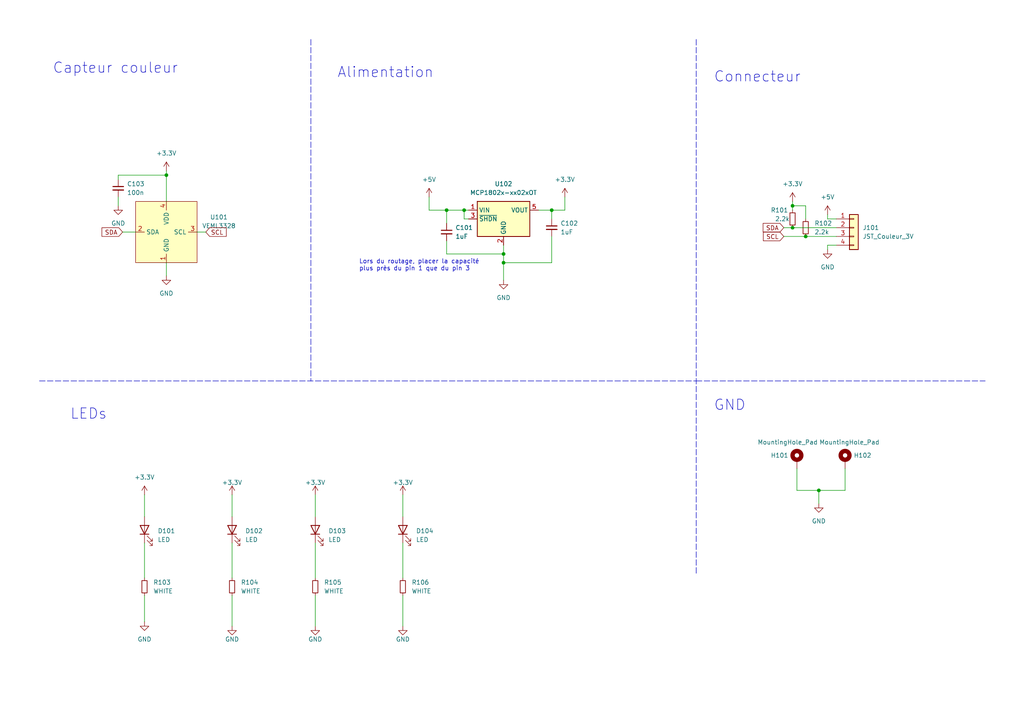
<source format=kicad_sch>
(kicad_sch (version 20211123) (generator eeschema)

  (uuid 5a87ae6d-dad7-4790-af2f-3aedb1b80712)

  (paper "A4")

  (title_block
    (title "Capteur couleur robot ESE")
    (date "2022-10-24")
    (company "ENSEA")
    (comment 1 "Chelsea COMLAN")
    (comment 2 "Alix HAVRET")
    (comment 3 "Loïcia KOEHL")
    (comment 4 "Quentin SIMON")
  )

  (lib_symbols
    (symbol "Capteur_ESE:VEML3328" (in_bom yes) (on_board yes)
      (property "Reference" "U" (id 0) (at 2.54 12.7 0)
        (effects (font (size 1.27 1.27)))
      )
      (property "Value" "VEML3328" (id 1) (at 6.35 10.16 0)
        (effects (font (size 1.27 1.27)))
      )
      (property "Footprint" "" (id 2) (at 0 5.08 0)
        (effects (font (size 1.27 1.27)) hide)
      )
      (property "Datasheet" "" (id 3) (at 0 5.08 0)
        (effects (font (size 1.27 1.27)) hide)
      )
      (symbol "VEML3328_0_1"
        (rectangle (start -8.89 8.89) (end 8.89 -8.89)
          (stroke (width 0) (type default) (color 0 0 0 0))
          (fill (type background))
        )
      )
      (symbol "VEML3328_1_1"
        (pin power_in line (at 0 -8.89 90) (length 2.54)
          (name "GND" (effects (font (size 1.27 1.27))))
          (number "1" (effects (font (size 1.27 1.27))))
        )
        (pin bidirectional line (at -8.89 0 0) (length 2.54)
          (name "SDA" (effects (font (size 1.27 1.27))))
          (number "2" (effects (font (size 1.27 1.27))))
        )
        (pin bidirectional line (at 8.89 0 180) (length 2.54)
          (name "SCL" (effects (font (size 1.27 1.27))))
          (number "3" (effects (font (size 1.27 1.27))))
        )
        (pin power_in line (at 0 8.89 270) (length 2.54)
          (name "VDD" (effects (font (size 1.27 1.27))))
          (number "4" (effects (font (size 1.27 1.27))))
        )
      )
    )
    (symbol "Connector_Generic:Conn_01x04" (pin_names (offset 1.016) hide) (in_bom yes) (on_board yes)
      (property "Reference" "J" (id 0) (at 0 5.08 0)
        (effects (font (size 1.27 1.27)))
      )
      (property "Value" "Conn_01x04" (id 1) (at 0 -7.62 0)
        (effects (font (size 1.27 1.27)))
      )
      (property "Footprint" "" (id 2) (at 0 0 0)
        (effects (font (size 1.27 1.27)) hide)
      )
      (property "Datasheet" "~" (id 3) (at 0 0 0)
        (effects (font (size 1.27 1.27)) hide)
      )
      (property "ki_keywords" "connector" (id 4) (at 0 0 0)
        (effects (font (size 1.27 1.27)) hide)
      )
      (property "ki_description" "Generic connector, single row, 01x04, script generated (kicad-library-utils/schlib/autogen/connector/)" (id 5) (at 0 0 0)
        (effects (font (size 1.27 1.27)) hide)
      )
      (property "ki_fp_filters" "Connector*:*_1x??_*" (id 6) (at 0 0 0)
        (effects (font (size 1.27 1.27)) hide)
      )
      (symbol "Conn_01x04_1_1"
        (rectangle (start -1.27 -4.953) (end 0 -5.207)
          (stroke (width 0.1524) (type default) (color 0 0 0 0))
          (fill (type none))
        )
        (rectangle (start -1.27 -2.413) (end 0 -2.667)
          (stroke (width 0.1524) (type default) (color 0 0 0 0))
          (fill (type none))
        )
        (rectangle (start -1.27 0.127) (end 0 -0.127)
          (stroke (width 0.1524) (type default) (color 0 0 0 0))
          (fill (type none))
        )
        (rectangle (start -1.27 2.667) (end 0 2.413)
          (stroke (width 0.1524) (type default) (color 0 0 0 0))
          (fill (type none))
        )
        (rectangle (start -1.27 3.81) (end 1.27 -6.35)
          (stroke (width 0.254) (type default) (color 0 0 0 0))
          (fill (type background))
        )
        (pin passive line (at -5.08 2.54 0) (length 3.81)
          (name "Pin_1" (effects (font (size 1.27 1.27))))
          (number "1" (effects (font (size 1.27 1.27))))
        )
        (pin passive line (at -5.08 0 0) (length 3.81)
          (name "Pin_2" (effects (font (size 1.27 1.27))))
          (number "2" (effects (font (size 1.27 1.27))))
        )
        (pin passive line (at -5.08 -2.54 0) (length 3.81)
          (name "Pin_3" (effects (font (size 1.27 1.27))))
          (number "3" (effects (font (size 1.27 1.27))))
        )
        (pin passive line (at -5.08 -5.08 0) (length 3.81)
          (name "Pin_4" (effects (font (size 1.27 1.27))))
          (number "4" (effects (font (size 1.27 1.27))))
        )
      )
    )
    (symbol "Device:C_Small" (pin_numbers hide) (pin_names (offset 0.254) hide) (in_bom yes) (on_board yes)
      (property "Reference" "C" (id 0) (at 0.254 1.778 0)
        (effects (font (size 1.27 1.27)) (justify left))
      )
      (property "Value" "C_Small" (id 1) (at 0.254 -2.032 0)
        (effects (font (size 1.27 1.27)) (justify left))
      )
      (property "Footprint" "" (id 2) (at 0 0 0)
        (effects (font (size 1.27 1.27)) hide)
      )
      (property "Datasheet" "~" (id 3) (at 0 0 0)
        (effects (font (size 1.27 1.27)) hide)
      )
      (property "ki_keywords" "capacitor cap" (id 4) (at 0 0 0)
        (effects (font (size 1.27 1.27)) hide)
      )
      (property "ki_description" "Unpolarized capacitor, small symbol" (id 5) (at 0 0 0)
        (effects (font (size 1.27 1.27)) hide)
      )
      (property "ki_fp_filters" "C_*" (id 6) (at 0 0 0)
        (effects (font (size 1.27 1.27)) hide)
      )
      (symbol "C_Small_0_1"
        (polyline
          (pts
            (xy -1.524 -0.508)
            (xy 1.524 -0.508)
          )
          (stroke (width 0.3302) (type default) (color 0 0 0 0))
          (fill (type none))
        )
        (polyline
          (pts
            (xy -1.524 0.508)
            (xy 1.524 0.508)
          )
          (stroke (width 0.3048) (type default) (color 0 0 0 0))
          (fill (type none))
        )
      )
      (symbol "C_Small_1_1"
        (pin passive line (at 0 2.54 270) (length 2.032)
          (name "~" (effects (font (size 1.27 1.27))))
          (number "1" (effects (font (size 1.27 1.27))))
        )
        (pin passive line (at 0 -2.54 90) (length 2.032)
          (name "~" (effects (font (size 1.27 1.27))))
          (number "2" (effects (font (size 1.27 1.27))))
        )
      )
    )
    (symbol "Device:LED" (pin_numbers hide) (pin_names (offset 1.016) hide) (in_bom yes) (on_board yes)
      (property "Reference" "D" (id 0) (at 0 2.54 0)
        (effects (font (size 1.27 1.27)))
      )
      (property "Value" "LED" (id 1) (at 0 -2.54 0)
        (effects (font (size 1.27 1.27)))
      )
      (property "Footprint" "" (id 2) (at 0 0 0)
        (effects (font (size 1.27 1.27)) hide)
      )
      (property "Datasheet" "~" (id 3) (at 0 0 0)
        (effects (font (size 1.27 1.27)) hide)
      )
      (property "ki_keywords" "LED diode" (id 4) (at 0 0 0)
        (effects (font (size 1.27 1.27)) hide)
      )
      (property "ki_description" "Light emitting diode" (id 5) (at 0 0 0)
        (effects (font (size 1.27 1.27)) hide)
      )
      (property "ki_fp_filters" "LED* LED_SMD:* LED_THT:*" (id 6) (at 0 0 0)
        (effects (font (size 1.27 1.27)) hide)
      )
      (symbol "LED_0_1"
        (polyline
          (pts
            (xy -1.27 -1.27)
            (xy -1.27 1.27)
          )
          (stroke (width 0.254) (type default) (color 0 0 0 0))
          (fill (type none))
        )
        (polyline
          (pts
            (xy -1.27 0)
            (xy 1.27 0)
          )
          (stroke (width 0) (type default) (color 0 0 0 0))
          (fill (type none))
        )
        (polyline
          (pts
            (xy 1.27 -1.27)
            (xy 1.27 1.27)
            (xy -1.27 0)
            (xy 1.27 -1.27)
          )
          (stroke (width 0.254) (type default) (color 0 0 0 0))
          (fill (type none))
        )
        (polyline
          (pts
            (xy -3.048 -0.762)
            (xy -4.572 -2.286)
            (xy -3.81 -2.286)
            (xy -4.572 -2.286)
            (xy -4.572 -1.524)
          )
          (stroke (width 0) (type default) (color 0 0 0 0))
          (fill (type none))
        )
        (polyline
          (pts
            (xy -1.778 -0.762)
            (xy -3.302 -2.286)
            (xy -2.54 -2.286)
            (xy -3.302 -2.286)
            (xy -3.302 -1.524)
          )
          (stroke (width 0) (type default) (color 0 0 0 0))
          (fill (type none))
        )
      )
      (symbol "LED_1_1"
        (pin passive line (at -3.81 0 0) (length 2.54)
          (name "K" (effects (font (size 1.27 1.27))))
          (number "1" (effects (font (size 1.27 1.27))))
        )
        (pin passive line (at 3.81 0 180) (length 2.54)
          (name "A" (effects (font (size 1.27 1.27))))
          (number "2" (effects (font (size 1.27 1.27))))
        )
      )
    )
    (symbol "Device:R_Small" (pin_numbers hide) (pin_names (offset 0.254) hide) (in_bom yes) (on_board yes)
      (property "Reference" "R" (id 0) (at 0.762 0.508 0)
        (effects (font (size 1.27 1.27)) (justify left))
      )
      (property "Value" "R_Small" (id 1) (at 0.762 -1.016 0)
        (effects (font (size 1.27 1.27)) (justify left))
      )
      (property "Footprint" "" (id 2) (at 0 0 0)
        (effects (font (size 1.27 1.27)) hide)
      )
      (property "Datasheet" "~" (id 3) (at 0 0 0)
        (effects (font (size 1.27 1.27)) hide)
      )
      (property "ki_keywords" "R resistor" (id 4) (at 0 0 0)
        (effects (font (size 1.27 1.27)) hide)
      )
      (property "ki_description" "Resistor, small symbol" (id 5) (at 0 0 0)
        (effects (font (size 1.27 1.27)) hide)
      )
      (property "ki_fp_filters" "R_*" (id 6) (at 0 0 0)
        (effects (font (size 1.27 1.27)) hide)
      )
      (symbol "R_Small_0_1"
        (rectangle (start -0.762 1.778) (end 0.762 -1.778)
          (stroke (width 0.2032) (type default) (color 0 0 0 0))
          (fill (type none))
        )
      )
      (symbol "R_Small_1_1"
        (pin passive line (at 0 2.54 270) (length 0.762)
          (name "~" (effects (font (size 1.27 1.27))))
          (number "1" (effects (font (size 1.27 1.27))))
        )
        (pin passive line (at 0 -2.54 90) (length 0.762)
          (name "~" (effects (font (size 1.27 1.27))))
          (number "2" (effects (font (size 1.27 1.27))))
        )
      )
    )
    (symbol "Mechanical:MountingHole_Pad" (pin_numbers hide) (pin_names (offset 1.016) hide) (in_bom yes) (on_board yes)
      (property "Reference" "H" (id 0) (at 0 6.35 0)
        (effects (font (size 1.27 1.27)))
      )
      (property "Value" "MountingHole_Pad" (id 1) (at 0 4.445 0)
        (effects (font (size 1.27 1.27)))
      )
      (property "Footprint" "" (id 2) (at 0 0 0)
        (effects (font (size 1.27 1.27)) hide)
      )
      (property "Datasheet" "~" (id 3) (at 0 0 0)
        (effects (font (size 1.27 1.27)) hide)
      )
      (property "ki_keywords" "mounting hole" (id 4) (at 0 0 0)
        (effects (font (size 1.27 1.27)) hide)
      )
      (property "ki_description" "Mounting Hole with connection" (id 5) (at 0 0 0)
        (effects (font (size 1.27 1.27)) hide)
      )
      (property "ki_fp_filters" "MountingHole*Pad*" (id 6) (at 0 0 0)
        (effects (font (size 1.27 1.27)) hide)
      )
      (symbol "MountingHole_Pad_0_1"
        (circle (center 0 1.27) (radius 1.27)
          (stroke (width 1.27) (type default) (color 0 0 0 0))
          (fill (type none))
        )
      )
      (symbol "MountingHole_Pad_1_1"
        (pin input line (at 0 -2.54 90) (length 2.54)
          (name "1" (effects (font (size 1.27 1.27))))
          (number "1" (effects (font (size 1.27 1.27))))
        )
      )
    )
    (symbol "Regulator_Linear:MCP1802x-xx02xOT" (in_bom yes) (on_board yes)
      (property "Reference" "U" (id 0) (at -6.35 6.35 0)
        (effects (font (size 1.27 1.27)) (justify left))
      )
      (property "Value" "MCP1802x-xx02xOT" (id 1) (at 0 6.35 0)
        (effects (font (size 1.27 1.27)) (justify left))
      )
      (property "Footprint" "Package_TO_SOT_SMD:SOT-23-5" (id 2) (at -6.35 8.89 0)
        (effects (font (size 1.27 1.27) italic) (justify left) hide)
      )
      (property "Datasheet" "http://ww1.microchip.com/downloads/en/DeviceDoc/22053C.pdf" (id 3) (at 0 -2.54 0)
        (effects (font (size 1.27 1.27)) hide)
      )
      (property "ki_keywords" "LDO Linear Voltage Regulator" (id 4) (at 0 0 0)
        (effects (font (size 1.27 1.27)) hide)
      )
      (property "ki_description" "150mA, Tiny CMOS LDO With Shutdown, Fixed Voltage, SOT-23-5" (id 5) (at 0 0 0)
        (effects (font (size 1.27 1.27)) hide)
      )
      (property "ki_fp_filters" "SOT?23*" (id 6) (at 0 0 0)
        (effects (font (size 1.27 1.27)) hide)
      )
      (symbol "MCP1802x-xx02xOT_0_1"
        (rectangle (start -7.62 5.08) (end 7.62 -5.08)
          (stroke (width 0.254) (type default) (color 0 0 0 0))
          (fill (type background))
        )
      )
      (symbol "MCP1802x-xx02xOT_1_1"
        (pin power_in line (at -10.16 2.54 0) (length 2.54)
          (name "VIN" (effects (font (size 1.27 1.27))))
          (number "1" (effects (font (size 1.27 1.27))))
        )
        (pin power_in line (at 0 -7.62 90) (length 2.54)
          (name "GND" (effects (font (size 1.27 1.27))))
          (number "2" (effects (font (size 1.27 1.27))))
        )
        (pin input line (at -10.16 0 0) (length 2.54)
          (name "~{SHDN}" (effects (font (size 1.27 1.27))))
          (number "3" (effects (font (size 1.27 1.27))))
        )
        (pin no_connect line (at 7.62 0 180) (length 2.54) hide
          (name "NC" (effects (font (size 1.27 1.27))))
          (number "4" (effects (font (size 1.27 1.27))))
        )
        (pin power_out line (at 10.16 2.54 180) (length 2.54)
          (name "VOUT" (effects (font (size 1.27 1.27))))
          (number "5" (effects (font (size 1.27 1.27))))
        )
      )
    )
    (symbol "power:+3.3V" (power) (pin_names (offset 0)) (in_bom yes) (on_board yes)
      (property "Reference" "#PWR" (id 0) (at 0 -3.81 0)
        (effects (font (size 1.27 1.27)) hide)
      )
      (property "Value" "+3.3V" (id 1) (at 0 3.556 0)
        (effects (font (size 1.27 1.27)))
      )
      (property "Footprint" "" (id 2) (at 0 0 0)
        (effects (font (size 1.27 1.27)) hide)
      )
      (property "Datasheet" "" (id 3) (at 0 0 0)
        (effects (font (size 1.27 1.27)) hide)
      )
      (property "ki_keywords" "power-flag" (id 4) (at 0 0 0)
        (effects (font (size 1.27 1.27)) hide)
      )
      (property "ki_description" "Power symbol creates a global label with name \"+3.3V\"" (id 5) (at 0 0 0)
        (effects (font (size 1.27 1.27)) hide)
      )
      (symbol "+3.3V_0_1"
        (polyline
          (pts
            (xy -0.762 1.27)
            (xy 0 2.54)
          )
          (stroke (width 0) (type default) (color 0 0 0 0))
          (fill (type none))
        )
        (polyline
          (pts
            (xy 0 0)
            (xy 0 2.54)
          )
          (stroke (width 0) (type default) (color 0 0 0 0))
          (fill (type none))
        )
        (polyline
          (pts
            (xy 0 2.54)
            (xy 0.762 1.27)
          )
          (stroke (width 0) (type default) (color 0 0 0 0))
          (fill (type none))
        )
      )
      (symbol "+3.3V_1_1"
        (pin power_in line (at 0 0 90) (length 0) hide
          (name "+3.3V" (effects (font (size 1.27 1.27))))
          (number "1" (effects (font (size 1.27 1.27))))
        )
      )
    )
    (symbol "power:+5V" (power) (pin_names (offset 0)) (in_bom yes) (on_board yes)
      (property "Reference" "#PWR" (id 0) (at 0 -3.81 0)
        (effects (font (size 1.27 1.27)) hide)
      )
      (property "Value" "+5V" (id 1) (at 0 3.556 0)
        (effects (font (size 1.27 1.27)))
      )
      (property "Footprint" "" (id 2) (at 0 0 0)
        (effects (font (size 1.27 1.27)) hide)
      )
      (property "Datasheet" "" (id 3) (at 0 0 0)
        (effects (font (size 1.27 1.27)) hide)
      )
      (property "ki_keywords" "power-flag" (id 4) (at 0 0 0)
        (effects (font (size 1.27 1.27)) hide)
      )
      (property "ki_description" "Power symbol creates a global label with name \"+5V\"" (id 5) (at 0 0 0)
        (effects (font (size 1.27 1.27)) hide)
      )
      (symbol "+5V_0_1"
        (polyline
          (pts
            (xy -0.762 1.27)
            (xy 0 2.54)
          )
          (stroke (width 0) (type default) (color 0 0 0 0))
          (fill (type none))
        )
        (polyline
          (pts
            (xy 0 0)
            (xy 0 2.54)
          )
          (stroke (width 0) (type default) (color 0 0 0 0))
          (fill (type none))
        )
        (polyline
          (pts
            (xy 0 2.54)
            (xy 0.762 1.27)
          )
          (stroke (width 0) (type default) (color 0 0 0 0))
          (fill (type none))
        )
      )
      (symbol "+5V_1_1"
        (pin power_in line (at 0 0 90) (length 0) hide
          (name "+5V" (effects (font (size 1.27 1.27))))
          (number "1" (effects (font (size 1.27 1.27))))
        )
      )
    )
    (symbol "power:GND" (power) (pin_names (offset 0)) (in_bom yes) (on_board yes)
      (property "Reference" "#PWR" (id 0) (at 0 -6.35 0)
        (effects (font (size 1.27 1.27)) hide)
      )
      (property "Value" "GND" (id 1) (at 0 -3.81 0)
        (effects (font (size 1.27 1.27)))
      )
      (property "Footprint" "" (id 2) (at 0 0 0)
        (effects (font (size 1.27 1.27)) hide)
      )
      (property "Datasheet" "" (id 3) (at 0 0 0)
        (effects (font (size 1.27 1.27)) hide)
      )
      (property "ki_keywords" "power-flag" (id 4) (at 0 0 0)
        (effects (font (size 1.27 1.27)) hide)
      )
      (property "ki_description" "Power symbol creates a global label with name \"GND\" , ground" (id 5) (at 0 0 0)
        (effects (font (size 1.27 1.27)) hide)
      )
      (symbol "GND_0_1"
        (polyline
          (pts
            (xy 0 0)
            (xy 0 -1.27)
            (xy 1.27 -1.27)
            (xy 0 -2.54)
            (xy -1.27 -1.27)
            (xy 0 -1.27)
          )
          (stroke (width 0) (type default) (color 0 0 0 0))
          (fill (type none))
        )
      )
      (symbol "GND_1_1"
        (pin power_in line (at 0 0 270) (length 0) hide
          (name "GND" (effects (font (size 1.27 1.27))))
          (number "1" (effects (font (size 1.27 1.27))))
        )
      )
    )
  )

  (junction (at 237.49 142.24) (diameter 0) (color 0 0 0 0)
    (uuid 0e2a6938-3a00-4b19-9e53-3f6f9b13c70b)
  )
  (junction (at 48.26 50.8) (diameter 0) (color 0 0 0 0)
    (uuid 300c60ed-0a8e-490c-ae81-036cf1a88a2e)
  )
  (junction (at 160.02 60.96) (diameter 0) (color 0 0 0 0)
    (uuid 31e000f3-b955-496c-9172-26a70e7ce89e)
  )
  (junction (at 146.05 76.2) (diameter 0) (color 0 0 0 0)
    (uuid 40ed4d2f-8bd5-4d2c-b463-632023f43940)
  )
  (junction (at 233.68 68.58) (diameter 0) (color 0 0 0 0)
    (uuid 4cc24b60-78a4-430b-91d1-e0282a8651e6)
  )
  (junction (at 134.62 60.96) (diameter 0) (color 0 0 0 0)
    (uuid 5711ce08-9c60-4902-9069-783eb4b89cab)
  )
  (junction (at 146.05 73.66) (diameter 0) (color 0 0 0 0)
    (uuid 5c238e5d-c007-4a17-ad16-4dbf94a5e9f6)
  )
  (junction (at 229.87 59.69) (diameter 0) (color 0 0 0 0)
    (uuid 71fed2ae-614b-48a9-9f4d-4d36fe117221)
  )
  (junction (at 229.87 66.04) (diameter 0) (color 0 0 0 0)
    (uuid c410d2fe-796b-4bd7-906e-9beebff53b7d)
  )
  (junction (at 129.54 60.96) (diameter 0) (color 0 0 0 0)
    (uuid f122fb95-edea-49be-9211-576613414520)
  )

  (wire (pts (xy 229.87 59.69) (xy 229.87 60.96))
    (stroke (width 0) (type default) (color 0 0 0 0))
    (uuid 04e8352b-3af9-4240-84c3-f206eba1c2c0)
  )
  (wire (pts (xy 237.49 142.24) (xy 245.11 142.24))
    (stroke (width 0) (type default) (color 0 0 0 0))
    (uuid 07515d4a-510d-46f7-b5d0-7bcd181e2cc3)
  )
  (wire (pts (xy 129.54 73.66) (xy 146.05 73.66))
    (stroke (width 0) (type default) (color 0 0 0 0))
    (uuid 0cf3f8e4-1a3c-4115-989e-9f662214da64)
  )
  (wire (pts (xy 116.84 157.48) (xy 116.84 167.64))
    (stroke (width 0) (type default) (color 0 0 0 0))
    (uuid 0e8a036b-cb0d-49d8-9af4-4ac618160328)
  )
  (wire (pts (xy 231.14 142.24) (xy 237.49 142.24))
    (stroke (width 0) (type default) (color 0 0 0 0))
    (uuid 179c3a8b-93b2-49ab-9a1d-d3b448dee96e)
  )
  (wire (pts (xy 134.62 60.96) (xy 129.54 60.96))
    (stroke (width 0) (type default) (color 0 0 0 0))
    (uuid 1865393a-da83-48b5-a641-14788a65429b)
  )
  (wire (pts (xy 146.05 73.66) (xy 146.05 76.2))
    (stroke (width 0) (type default) (color 0 0 0 0))
    (uuid 1b635fcb-4b81-4d16-a11e-6cccce784d2d)
  )
  (wire (pts (xy 227.33 68.58) (xy 233.68 68.58))
    (stroke (width 0) (type default) (color 0 0 0 0))
    (uuid 23774a46-1d73-47f1-96ef-05b04eee149c)
  )
  (wire (pts (xy 229.87 58.42) (xy 229.87 59.69))
    (stroke (width 0) (type default) (color 0 0 0 0))
    (uuid 2387c2ec-124a-40fa-8eda-a441071f9910)
  )
  (wire (pts (xy 163.83 60.96) (xy 163.83 57.15))
    (stroke (width 0) (type default) (color 0 0 0 0))
    (uuid 23f7126e-38c6-43af-8e16-146b77b1f4b2)
  )
  (wire (pts (xy 146.05 71.12) (xy 146.05 73.66))
    (stroke (width 0) (type default) (color 0 0 0 0))
    (uuid 2db99cb1-b4ad-4aa1-942c-5728898c5327)
  )
  (wire (pts (xy 160.02 76.2) (xy 146.05 76.2))
    (stroke (width 0) (type default) (color 0 0 0 0))
    (uuid 310fd3ec-a507-4349-928f-96a68610791a)
  )
  (polyline (pts (xy 201.93 11.43) (xy 201.93 166.37))
    (stroke (width 0) (type default) (color 0 0 0 0))
    (uuid 36907f25-4833-477c-ae67-96112017c189)
  )

  (wire (pts (xy 116.84 172.72) (xy 116.84 181.61))
    (stroke (width 0) (type default) (color 0 0 0 0))
    (uuid 37a62cd3-47ee-4d5b-999d-956d15829f0d)
  )
  (wire (pts (xy 233.68 63.5) (xy 233.68 59.69))
    (stroke (width 0) (type default) (color 0 0 0 0))
    (uuid 3876a6d5-6d0b-43e9-8e2d-c3bd9dc77a76)
  )
  (wire (pts (xy 134.62 63.5) (xy 134.62 60.96))
    (stroke (width 0) (type default) (color 0 0 0 0))
    (uuid 4118bf96-6a25-4fe3-9b7f-d60afc208427)
  )
  (wire (pts (xy 91.44 157.48) (xy 91.44 167.64))
    (stroke (width 0) (type default) (color 0 0 0 0))
    (uuid 41f6d989-c42d-4c3b-b706-bb7b721c41a1)
  )
  (polyline (pts (xy 201.93 110.49) (xy 285.75 110.49))
    (stroke (width 0) (type default) (color 0 0 0 0))
    (uuid 4282fc6d-5730-4732-b2b4-7758edc70b0f)
  )

  (wire (pts (xy 91.44 172.72) (xy 91.44 181.61))
    (stroke (width 0) (type default) (color 0 0 0 0))
    (uuid 42c7a145-cf37-4760-af4a-1c254ae441ae)
  )
  (wire (pts (xy 35.56 67.31) (xy 39.37 67.31))
    (stroke (width 0) (type default) (color 0 0 0 0))
    (uuid 4553d442-35aa-40f9-8615-a4eff9d54a58)
  )
  (wire (pts (xy 231.14 135.89) (xy 231.14 142.24))
    (stroke (width 0) (type default) (color 0 0 0 0))
    (uuid 4ecf998a-9fa7-4598-8e92-4a3ec222de8d)
  )
  (wire (pts (xy 57.15 67.31) (xy 59.69 67.31))
    (stroke (width 0) (type default) (color 0 0 0 0))
    (uuid 5028a4f6-fd1f-4336-823f-73f599d594ae)
  )
  (wire (pts (xy 34.29 57.15) (xy 34.29 59.69))
    (stroke (width 0) (type default) (color 0 0 0 0))
    (uuid 5039d6de-f6b6-4cbf-9daa-6c9d5fd19a9d)
  )
  (wire (pts (xy 135.89 63.5) (xy 134.62 63.5))
    (stroke (width 0) (type default) (color 0 0 0 0))
    (uuid 50694b23-2159-4209-b8eb-a1d158a37fb3)
  )
  (wire (pts (xy 237.49 142.24) (xy 237.49 146.05))
    (stroke (width 0) (type default) (color 0 0 0 0))
    (uuid 513a2643-1130-4f59-bb96-0bd7372d324b)
  )
  (polyline (pts (xy 11.43 110.49) (xy 201.93 110.49))
    (stroke (width 0) (type default) (color 0 0 0 0))
    (uuid 687e43fb-ee91-4b1d-8cb7-2b2acf922356)
  )

  (wire (pts (xy 160.02 68.58) (xy 160.02 76.2))
    (stroke (width 0) (type default) (color 0 0 0 0))
    (uuid 74eb5f29-cd53-4f45-a132-7f08041c815c)
  )
  (wire (pts (xy 41.91 172.72) (xy 41.91 180.34))
    (stroke (width 0) (type default) (color 0 0 0 0))
    (uuid 7e2e9621-cb15-4c26-8fe3-b1cf9eec0ed8)
  )
  (wire (pts (xy 245.11 135.89) (xy 245.11 142.24))
    (stroke (width 0) (type default) (color 0 0 0 0))
    (uuid 7ec8f170-91f6-490e-a089-c011e4f896bb)
  )
  (wire (pts (xy 48.26 76.2) (xy 48.26 80.01))
    (stroke (width 0) (type default) (color 0 0 0 0))
    (uuid 836d086b-c5f3-43e8-85fc-684bac05372c)
  )
  (wire (pts (xy 160.02 60.96) (xy 163.83 60.96))
    (stroke (width 0) (type default) (color 0 0 0 0))
    (uuid 871f9d76-ccb0-42fa-8d27-19f1c09f3a17)
  )
  (wire (pts (xy 34.29 50.8) (xy 48.26 50.8))
    (stroke (width 0) (type default) (color 0 0 0 0))
    (uuid 884a0e50-714d-401f-9741-64ca358f8323)
  )
  (wire (pts (xy 233.68 68.58) (xy 242.57 68.58))
    (stroke (width 0) (type default) (color 0 0 0 0))
    (uuid 89e200fb-acc9-4c1b-ae50-d01a5937ee08)
  )
  (wire (pts (xy 91.44 143.51) (xy 91.44 149.86))
    (stroke (width 0) (type default) (color 0 0 0 0))
    (uuid 8d6f6c73-7aa5-4fe9-b0ed-4a94e052df7c)
  )
  (wire (pts (xy 129.54 60.96) (xy 129.54 64.77))
    (stroke (width 0) (type default) (color 0 0 0 0))
    (uuid 8e9a7f25-a3ce-4ac7-8998-59d153391f68)
  )
  (wire (pts (xy 240.03 72.39) (xy 240.03 71.12))
    (stroke (width 0) (type default) (color 0 0 0 0))
    (uuid 8f36707c-0448-48b4-bbcb-203bb7c46245)
  )
  (wire (pts (xy 34.29 52.07) (xy 34.29 50.8))
    (stroke (width 0) (type default) (color 0 0 0 0))
    (uuid 921a0317-1c30-4080-8550-3e71c4de4645)
  )
  (wire (pts (xy 229.87 66.04) (xy 242.57 66.04))
    (stroke (width 0) (type default) (color 0 0 0 0))
    (uuid 94e9a880-a016-4d75-b5d7-791a2ce25898)
  )
  (wire (pts (xy 129.54 60.96) (xy 124.46 60.96))
    (stroke (width 0) (type default) (color 0 0 0 0))
    (uuid 98d87ffa-97ef-4859-8f1a-fa5cc7637bf9)
  )
  (wire (pts (xy 48.26 50.8) (xy 48.26 58.42))
    (stroke (width 0) (type default) (color 0 0 0 0))
    (uuid 9e169f45-7e92-4846-9ac2-14f4bf08719a)
  )
  (wire (pts (xy 41.91 157.48) (xy 41.91 167.64))
    (stroke (width 0) (type default) (color 0 0 0 0))
    (uuid aa01d81f-ffbf-4c61-9551-03df438d29e8)
  )
  (wire (pts (xy 146.05 76.2) (xy 146.05 81.28))
    (stroke (width 0) (type default) (color 0 0 0 0))
    (uuid b31ce6b4-bf13-4cd6-9459-1e7cd9f75ea8)
  )
  (polyline (pts (xy 90.17 11.43) (xy 90.17 110.49))
    (stroke (width 0) (type default) (color 0 0 0 0))
    (uuid bab52eeb-64c0-4650-943c-6720b95b7536)
  )

  (wire (pts (xy 227.33 66.04) (xy 229.87 66.04))
    (stroke (width 0) (type default) (color 0 0 0 0))
    (uuid baf3209c-70d3-4fbf-a19f-ca78f1e6a7b4)
  )
  (wire (pts (xy 134.62 60.96) (xy 135.89 60.96))
    (stroke (width 0) (type default) (color 0 0 0 0))
    (uuid c14250c3-afc6-48f4-ba4a-e2cbb025f958)
  )
  (wire (pts (xy 129.54 69.85) (xy 129.54 73.66))
    (stroke (width 0) (type default) (color 0 0 0 0))
    (uuid c4cf713a-2f3f-4853-b87e-906863a7d2bd)
  )
  (wire (pts (xy 156.21 60.96) (xy 160.02 60.96))
    (stroke (width 0) (type default) (color 0 0 0 0))
    (uuid c66b57ac-dac6-4def-89bf-7c61be434189)
  )
  (wire (pts (xy 67.31 172.72) (xy 67.31 181.61))
    (stroke (width 0) (type default) (color 0 0 0 0))
    (uuid c8a9c8d1-c4b6-4663-b764-6ee8e8809689)
  )
  (wire (pts (xy 240.03 71.12) (xy 242.57 71.12))
    (stroke (width 0) (type default) (color 0 0 0 0))
    (uuid cb77f67d-39b5-4176-9bdf-3a59a9e97815)
  )
  (wire (pts (xy 41.91 143.51) (xy 41.91 149.86))
    (stroke (width 0) (type default) (color 0 0 0 0))
    (uuid cbdff19a-1e86-4ca1-a944-0e54c569e984)
  )
  (wire (pts (xy 67.31 143.51) (xy 67.31 149.86))
    (stroke (width 0) (type default) (color 0 0 0 0))
    (uuid d611c07b-135f-43aa-ba4a-f1c2fdd64f2a)
  )
  (wire (pts (xy 124.46 60.96) (xy 124.46 57.15))
    (stroke (width 0) (type default) (color 0 0 0 0))
    (uuid d79681f0-2abc-429d-9aef-9c00f4a5b4ec)
  )
  (wire (pts (xy 240.03 63.5) (xy 242.57 63.5))
    (stroke (width 0) (type default) (color 0 0 0 0))
    (uuid e17ffc04-628e-404c-9f2e-87fb8b68004f)
  )
  (wire (pts (xy 116.84 143.51) (xy 116.84 149.86))
    (stroke (width 0) (type default) (color 0 0 0 0))
    (uuid e1d9c78d-4d17-4690-89d3-08b229e6f14c)
  )
  (wire (pts (xy 48.26 49.53) (xy 48.26 50.8))
    (stroke (width 0) (type default) (color 0 0 0 0))
    (uuid e5ee5353-0a9f-4622-b364-c888da53eb10)
  )
  (wire (pts (xy 233.68 59.69) (xy 229.87 59.69))
    (stroke (width 0) (type default) (color 0 0 0 0))
    (uuid f03c3bd9-30a0-4e0f-a29c-62fd65d8cac5)
  )
  (wire (pts (xy 67.31 157.48) (xy 67.31 167.64))
    (stroke (width 0) (type default) (color 0 0 0 0))
    (uuid f49e16f4-8763-4d5c-9df7-b02d11f2fd5d)
  )
  (wire (pts (xy 240.03 62.23) (xy 240.03 63.5))
    (stroke (width 0) (type default) (color 0 0 0 0))
    (uuid fc75cade-f6ad-4d6f-ae55-88f197dac39e)
  )
  (wire (pts (xy 160.02 60.96) (xy 160.02 63.5))
    (stroke (width 0) (type default) (color 0 0 0 0))
    (uuid fef317df-89e3-4170-b47d-138677710fec)
  )

  (text "LEDs" (at 20.32 121.92 0)
    (effects (font (size 3 3)) (justify left bottom))
    (uuid 38f3d303-ce1b-4aa6-aa4a-0cf661f5dc7c)
  )
  (text "Capteur couleur" (at 15.24 21.59 0)
    (effects (font (size 3 3)) (justify left bottom))
    (uuid 6c1bfee3-a54c-49a4-8f82-a49569d2a297)
  )
  (text "Alimentation" (at 97.79 22.86 0)
    (effects (font (size 3 3)) (justify left bottom))
    (uuid b6513134-2211-49c1-8640-44bf71e7cb4d)
  )
  (text "Connecteur" (at 207.01 24.13 0)
    (effects (font (size 3 3)) (justify left bottom))
    (uuid b6d29bba-2ee5-440c-a074-1e3471b519ff)
  )
  (text "GND" (at 207.01 119.38 0)
    (effects (font (size 3 3)) (justify left bottom))
    (uuid c90d4b62-c921-4251-a1cf-286560a4aa2a)
  )
  (text "Lors du routage, placer la capacité\nplus près du pin 1 que du pin 3"
    (at 104.14 78.74 0)
    (effects (font (size 1.27 1.27)) (justify left bottom))
    (uuid dea1cf6d-f0b7-42bd-a13f-0da606d153a2)
  )

  (global_label "SDA" (shape input) (at 227.33 66.04 180) (fields_autoplaced)
    (effects (font (size 1.27 1.27)) (justify right))
    (uuid 12cd27c6-db85-4a21-994a-c05b6e5d7bb2)
    (property "Intersheet References" "${INTERSHEET_REFS}" (id 0) (at 221.3488 65.9606 0)
      (effects (font (size 1.27 1.27)) (justify right) hide)
    )
  )
  (global_label "SDA" (shape input) (at 35.56 67.31 180) (fields_autoplaced)
    (effects (font (size 1.27 1.27)) (justify right))
    (uuid 207cd052-d41a-4130-8bc8-5416c3f5fab8)
    (property "Intersheet References" "${INTERSHEET_REFS}" (id 0) (at 29.5788 67.2306 0)
      (effects (font (size 1.27 1.27)) (justify right) hide)
    )
  )
  (global_label "SCL" (shape input) (at 59.69 67.31 0) (fields_autoplaced)
    (effects (font (size 1.27 1.27)) (justify left))
    (uuid ba89010f-3943-4aca-9110-766ed1d79bd5)
    (property "Intersheet References" "${INTERSHEET_REFS}" (id 0) (at 65.6107 67.2306 0)
      (effects (font (size 1.27 1.27)) (justify left) hide)
    )
  )
  (global_label "SCL" (shape input) (at 227.33 68.58 180) (fields_autoplaced)
    (effects (font (size 1.27 1.27)) (justify right))
    (uuid bf0ce6d0-9b28-45c5-97a5-0598537bbe4d)
    (property "Intersheet References" "${INTERSHEET_REFS}" (id 0) (at 221.4093 68.5006 0)
      (effects (font (size 1.27 1.27)) (justify right) hide)
    )
  )

  (symbol (lib_id "power:+3.3V") (at 229.87 58.42 0) (unit 1)
    (in_bom yes) (on_board yes) (fields_autoplaced)
    (uuid 07413886-61f4-4901-adca-c9556aff8a32)
    (property "Reference" "#PWR0108" (id 0) (at 229.87 62.23 0)
      (effects (font (size 1.27 1.27)) hide)
    )
    (property "Value" "+3.3V" (id 1) (at 229.87 53.34 0))
    (property "Footprint" "" (id 2) (at 229.87 58.42 0)
      (effects (font (size 1.27 1.27)) hide)
    )
    (property "Datasheet" "" (id 3) (at 229.87 58.42 0)
      (effects (font (size 1.27 1.27)) hide)
    )
    (pin "1" (uuid a0c464ee-8a7c-4b39-b84b-9b635b0f4882))
  )

  (symbol (lib_id "Device:R_Small") (at 41.91 170.18 0) (unit 1)
    (in_bom yes) (on_board yes) (fields_autoplaced)
    (uuid 0f67d38c-06e7-4fd2-a921-97ea41766909)
    (property "Reference" "R103" (id 0) (at 44.45 168.9099 0)
      (effects (font (size 1.27 1.27)) (justify left))
    )
    (property "Value" "WHITE" (id 1) (at 44.45 171.4499 0)
      (effects (font (size 1.27 1.27)) (justify left))
    )
    (property "Footprint" "Resistor_SMD:R_0603_1608Metric_Pad0.98x0.95mm_HandSolder" (id 2) (at 41.91 170.18 0)
      (effects (font (size 1.27 1.27)) hide)
    )
    (property "Datasheet" "~" (id 3) (at 41.91 170.18 0)
      (effects (font (size 1.27 1.27)) hide)
    )
    (pin "1" (uuid bf225761-b0bb-448a-b686-6dbde08a1a5d))
    (pin "2" (uuid 3c4bea53-38a0-48ce-ac84-672fe12bf67e))
  )

  (symbol (lib_id "Mechanical:MountingHole_Pad") (at 245.11 133.35 0) (unit 1)
    (in_bom yes) (on_board yes)
    (uuid 161781c5-fffd-4d5d-a59a-adf15304e987)
    (property "Reference" "H102" (id 0) (at 250.19 132.08 0))
    (property "Value" "MountingHole_Pad" (id 1) (at 246.38 128.27 0))
    (property "Footprint" "MountingHole:MountingHole_3.2mm_M3_Pad_Via" (id 2) (at 245.11 133.35 0)
      (effects (font (size 1.27 1.27)) hide)
    )
    (property "Datasheet" "~" (id 3) (at 245.11 133.35 0)
      (effects (font (size 1.27 1.27)) hide)
    )
    (pin "1" (uuid 9ea5db98-8c5a-472c-ae39-3c4cd64b7939))
  )

  (symbol (lib_id "power:GND") (at 48.26 80.01 0) (unit 1)
    (in_bom yes) (on_board yes) (fields_autoplaced)
    (uuid 1b313157-6105-498b-9fd5-ae49b178f70d)
    (property "Reference" "#PWR0102" (id 0) (at 48.26 86.36 0)
      (effects (font (size 1.27 1.27)) hide)
    )
    (property "Value" "GND" (id 1) (at 48.26 85.09 0))
    (property "Footprint" "" (id 2) (at 48.26 80.01 0)
      (effects (font (size 1.27 1.27)) hide)
    )
    (property "Datasheet" "" (id 3) (at 48.26 80.01 0)
      (effects (font (size 1.27 1.27)) hide)
    )
    (pin "1" (uuid 1173a91a-0613-40d9-aa5c-bdf7a17bf70c))
  )

  (symbol (lib_id "Device:R_Small") (at 233.68 66.04 0) (unit 1)
    (in_bom yes) (on_board yes) (fields_autoplaced)
    (uuid 1edb9776-42ae-4f77-a2c0-3c608740aef3)
    (property "Reference" "R102" (id 0) (at 236.22 64.7699 0)
      (effects (font (size 1.27 1.27)) (justify left))
    )
    (property "Value" "2.2k" (id 1) (at 236.22 67.3099 0)
      (effects (font (size 1.27 1.27)) (justify left))
    )
    (property "Footprint" "Resistor_SMD:R_0603_1608Metric_Pad0.98x0.95mm_HandSolder" (id 2) (at 233.68 66.04 0)
      (effects (font (size 1.27 1.27)) hide)
    )
    (property "Datasheet" "~" (id 3) (at 233.68 66.04 0)
      (effects (font (size 1.27 1.27)) hide)
    )
    (pin "1" (uuid 20893067-d40e-4552-93d1-fdfec6df176e))
    (pin "2" (uuid 3cfb529e-0244-4ad1-9391-d2b5313580f5))
  )

  (symbol (lib_id "power:GND") (at 91.44 181.61 0) (unit 1)
    (in_bom yes) (on_board yes)
    (uuid 2a366b6c-9904-40fe-aacb-786d799c3997)
    (property "Reference" "#PWR0109" (id 0) (at 91.44 187.96 0)
      (effects (font (size 1.27 1.27)) hide)
    )
    (property "Value" "GND" (id 1) (at 91.44 185.42 0))
    (property "Footprint" "" (id 2) (at 91.44 181.61 0)
      (effects (font (size 1.27 1.27)) hide)
    )
    (property "Datasheet" "" (id 3) (at 91.44 181.61 0)
      (effects (font (size 1.27 1.27)) hide)
    )
    (pin "1" (uuid 241e5517-c1db-4fa4-bbd7-781da0d46edf))
  )

  (symbol (lib_id "Device:LED") (at 67.31 153.67 90) (unit 1)
    (in_bom yes) (on_board yes) (fields_autoplaced)
    (uuid 2f5d72ea-3dd5-4c30-812e-2a013021ff6b)
    (property "Reference" "D102" (id 0) (at 71.12 153.9874 90)
      (effects (font (size 1.27 1.27)) (justify right))
    )
    (property "Value" "LED" (id 1) (at 71.12 156.5274 90)
      (effects (font (size 1.27 1.27)) (justify right))
    )
    (property "Footprint" "LED_SMD:LED_0603_1608Metric_Pad1.05x0.95mm_HandSolder" (id 2) (at 67.31 153.67 0)
      (effects (font (size 1.27 1.27)) hide)
    )
    (property "Datasheet" "~" (id 3) (at 67.31 153.67 0)
      (effects (font (size 1.27 1.27)) hide)
    )
    (pin "1" (uuid cb9acbfe-ca3a-4a8f-a31c-44139b827bb1))
    (pin "2" (uuid a9164ec3-8e97-4b8f-8809-62513ce5b257))
  )

  (symbol (lib_id "power:GND") (at 41.91 180.34 0) (unit 1)
    (in_bom yes) (on_board yes) (fields_autoplaced)
    (uuid 3a311c3c-4f2a-444f-a77e-828c6d5f32db)
    (property "Reference" "#PWR0114" (id 0) (at 41.91 186.69 0)
      (effects (font (size 1.27 1.27)) hide)
    )
    (property "Value" "GND" (id 1) (at 41.91 185.42 0))
    (property "Footprint" "" (id 2) (at 41.91 180.34 0)
      (effects (font (size 1.27 1.27)) hide)
    )
    (property "Datasheet" "" (id 3) (at 41.91 180.34 0)
      (effects (font (size 1.27 1.27)) hide)
    )
    (pin "1" (uuid 03fb9921-9242-4dfa-bc2e-eb45c72e9402))
  )

  (symbol (lib_id "power:GND") (at 237.49 146.05 0) (unit 1)
    (in_bom yes) (on_board yes) (fields_autoplaced)
    (uuid 44788e3b-1563-431c-8638-e82b7b610269)
    (property "Reference" "#PWR0118" (id 0) (at 237.49 152.4 0)
      (effects (font (size 1.27 1.27)) hide)
    )
    (property "Value" "GND" (id 1) (at 237.49 151.13 0))
    (property "Footprint" "" (id 2) (at 237.49 146.05 0)
      (effects (font (size 1.27 1.27)) hide)
    )
    (property "Datasheet" "" (id 3) (at 237.49 146.05 0)
      (effects (font (size 1.27 1.27)) hide)
    )
    (pin "1" (uuid 7da6fec0-aba1-4f6a-aded-107e2c2cba57))
  )

  (symbol (lib_id "power:+3.3V") (at 116.84 143.51 0) (unit 1)
    (in_bom yes) (on_board yes)
    (uuid 4af968a9-708f-4254-9175-33db645695de)
    (property "Reference" "#PWR0112" (id 0) (at 116.84 147.32 0)
      (effects (font (size 1.27 1.27)) hide)
    )
    (property "Value" "+3.3V" (id 1) (at 116.84 139.954 0))
    (property "Footprint" "" (id 2) (at 116.84 143.51 0)
      (effects (font (size 1.27 1.27)) hide)
    )
    (property "Datasheet" "" (id 3) (at 116.84 143.51 0)
      (effects (font (size 1.27 1.27)) hide)
    )
    (pin "1" (uuid 1891f749-a5e1-43e1-8f6a-70b100e13806))
  )

  (symbol (lib_id "power:+3.3V") (at 91.44 143.51 0) (unit 1)
    (in_bom yes) (on_board yes)
    (uuid 5bda6be1-ac2e-4384-85b3-7d3f38d79790)
    (property "Reference" "#PWR0111" (id 0) (at 91.44 147.32 0)
      (effects (font (size 1.27 1.27)) hide)
    )
    (property "Value" "+3.3V" (id 1) (at 91.44 139.954 0))
    (property "Footprint" "" (id 2) (at 91.44 143.51 0)
      (effects (font (size 1.27 1.27)) hide)
    )
    (property "Datasheet" "" (id 3) (at 91.44 143.51 0)
      (effects (font (size 1.27 1.27)) hide)
    )
    (pin "1" (uuid 85f1b2eb-0dad-4409-9f37-bbf594355785))
  )

  (symbol (lib_id "Regulator_Linear:MCP1802x-xx02xOT") (at 146.05 63.5 0) (unit 1)
    (in_bom yes) (on_board yes) (fields_autoplaced)
    (uuid 626a198e-3f50-439b-8e76-05f1a83b376c)
    (property "Reference" "U102" (id 0) (at 146.05 53.34 0))
    (property "Value" "MCP1802x-xx02xOT" (id 1) (at 146.05 55.88 0))
    (property "Footprint" "Package_TO_SOT_SMD:SOT-23-5" (id 2) (at 139.7 54.61 0)
      (effects (font (size 1.27 1.27) italic) (justify left) hide)
    )
    (property "Datasheet" "http://ww1.microchip.com/downloads/en/DeviceDoc/22053C.pdf" (id 3) (at 146.05 66.04 0)
      (effects (font (size 1.27 1.27)) hide)
    )
    (pin "1" (uuid 1e7075e4-5ed0-49e9-a8a7-7c5502203daf))
    (pin "2" (uuid a10c47ce-ca96-43ab-8fc7-ce0eb0658b04))
    (pin "3" (uuid a1feb34f-0c91-42c5-9ed7-63d28220f836))
    (pin "4" (uuid 41e284fa-128b-4ca9-9ba9-bf068f014407))
    (pin "5" (uuid dc2b6497-ec64-4907-990d-34ea6fef082f))
  )

  (symbol (lib_id "Device:C_Small") (at 129.54 67.31 0) (unit 1)
    (in_bom yes) (on_board yes) (fields_autoplaced)
    (uuid 68bee1b4-b3b2-4bc6-87e2-fd08c7a7a409)
    (property "Reference" "C101" (id 0) (at 132.08 66.0462 0)
      (effects (font (size 1.27 1.27)) (justify left))
    )
    (property "Value" "1uF" (id 1) (at 132.08 68.5862 0)
      (effects (font (size 1.27 1.27)) (justify left))
    )
    (property "Footprint" "Capacitor_SMD:C_0603_1608Metric_Pad1.08x0.95mm_HandSolder" (id 2) (at 129.54 67.31 0)
      (effects (font (size 1.27 1.27)) hide)
    )
    (property "Datasheet" "~" (id 3) (at 129.54 67.31 0)
      (effects (font (size 1.27 1.27)) hide)
    )
    (pin "1" (uuid e18c32f4-e624-4acc-b937-c0def39aea3a))
    (pin "2" (uuid 574295e2-5970-4be4-b7db-5e66af1c6a60))
  )

  (symbol (lib_id "power:+5V") (at 124.46 57.15 0) (unit 1)
    (in_bom yes) (on_board yes) (fields_autoplaced)
    (uuid 6bfbe335-eea3-42d1-bc36-159afd473566)
    (property "Reference" "#PWR0103" (id 0) (at 124.46 60.96 0)
      (effects (font (size 1.27 1.27)) hide)
    )
    (property "Value" "+5V" (id 1) (at 124.46 52.07 0))
    (property "Footprint" "" (id 2) (at 124.46 57.15 0)
      (effects (font (size 1.27 1.27)) hide)
    )
    (property "Datasheet" "" (id 3) (at 124.46 57.15 0)
      (effects (font (size 1.27 1.27)) hide)
    )
    (pin "1" (uuid e5e4dee7-7ea4-47be-9b05-abfd6456286f))
  )

  (symbol (lib_id "Device:LED") (at 91.44 153.67 90) (unit 1)
    (in_bom yes) (on_board yes) (fields_autoplaced)
    (uuid 6c37f383-b1d5-466a-b6c3-cbd4583f36b4)
    (property "Reference" "D103" (id 0) (at 95.25 153.9874 90)
      (effects (font (size 1.27 1.27)) (justify right))
    )
    (property "Value" "LED" (id 1) (at 95.25 156.5274 90)
      (effects (font (size 1.27 1.27)) (justify right))
    )
    (property "Footprint" "LED_SMD:LED_0603_1608Metric_Pad1.05x0.95mm_HandSolder" (id 2) (at 91.44 153.67 0)
      (effects (font (size 1.27 1.27)) hide)
    )
    (property "Datasheet" "~" (id 3) (at 91.44 153.67 0)
      (effects (font (size 1.27 1.27)) hide)
    )
    (pin "1" (uuid 9b528e83-4887-4959-9d71-d73ecf64eb12))
    (pin "2" (uuid 59cd18be-80ce-4213-a9dd-8cc3ea0e9ec5))
  )

  (symbol (lib_id "Device:R_Small") (at 91.44 170.18 0) (unit 1)
    (in_bom yes) (on_board yes) (fields_autoplaced)
    (uuid 6c961c78-c777-4851-ae62-cb2e16a29206)
    (property "Reference" "R105" (id 0) (at 93.98 168.9099 0)
      (effects (font (size 1.27 1.27)) (justify left))
    )
    (property "Value" "WHITE" (id 1) (at 93.98 171.4499 0)
      (effects (font (size 1.27 1.27)) (justify left))
    )
    (property "Footprint" "Resistor_SMD:R_0603_1608Metric_Pad0.98x0.95mm_HandSolder" (id 2) (at 91.44 170.18 0)
      (effects (font (size 1.27 1.27)) hide)
    )
    (property "Datasheet" "~" (id 3) (at 91.44 170.18 0)
      (effects (font (size 1.27 1.27)) hide)
    )
    (pin "1" (uuid 6187a572-67c4-4005-8472-044261cbeea9))
    (pin "2" (uuid 6f05d6cf-781b-46af-8705-8318acc3f7e4))
  )

  (symbol (lib_id "power:GND") (at 116.84 181.61 0) (unit 1)
    (in_bom yes) (on_board yes)
    (uuid 7274e26e-8a90-44df-b403-b2a8a44945a6)
    (property "Reference" "#PWR0110" (id 0) (at 116.84 187.96 0)
      (effects (font (size 1.27 1.27)) hide)
    )
    (property "Value" "GND" (id 1) (at 116.84 185.42 0))
    (property "Footprint" "" (id 2) (at 116.84 181.61 0)
      (effects (font (size 1.27 1.27)) hide)
    )
    (property "Datasheet" "" (id 3) (at 116.84 181.61 0)
      (effects (font (size 1.27 1.27)) hide)
    )
    (pin "1" (uuid 5fe555cd-8328-47d7-ad9a-9ed8fa7f28c7))
  )

  (symbol (lib_id "Device:R_Small") (at 116.84 170.18 0) (unit 1)
    (in_bom yes) (on_board yes) (fields_autoplaced)
    (uuid 853ffc8c-0e37-46d0-a0d8-ac186cb6eaef)
    (property "Reference" "R106" (id 0) (at 119.38 168.9099 0)
      (effects (font (size 1.27 1.27)) (justify left))
    )
    (property "Value" "WHITE" (id 1) (at 119.38 171.4499 0)
      (effects (font (size 1.27 1.27)) (justify left))
    )
    (property "Footprint" "Resistor_SMD:R_0603_1608Metric_Pad0.98x0.95mm_HandSolder" (id 2) (at 116.84 170.18 0)
      (effects (font (size 1.27 1.27)) hide)
    )
    (property "Datasheet" "~" (id 3) (at 116.84 170.18 0)
      (effects (font (size 1.27 1.27)) hide)
    )
    (pin "1" (uuid ed447059-e622-41d1-970f-dc8ac87053e6))
    (pin "2" (uuid 3cd8dfce-d596-412e-991d-8ed8caae1c0d))
  )

  (symbol (lib_id "power:+3.3V") (at 67.31 143.51 0) (unit 1)
    (in_bom yes) (on_board yes)
    (uuid 86f1bb2f-1369-4a5e-8d07-d520588ddffc)
    (property "Reference" "#PWR0117" (id 0) (at 67.31 147.32 0)
      (effects (font (size 1.27 1.27)) hide)
    )
    (property "Value" "+3.3V" (id 1) (at 67.31 139.954 0))
    (property "Footprint" "" (id 2) (at 67.31 143.51 0)
      (effects (font (size 1.27 1.27)) hide)
    )
    (property "Datasheet" "" (id 3) (at 67.31 143.51 0)
      (effects (font (size 1.27 1.27)) hide)
    )
    (pin "1" (uuid e4cdde95-8702-4102-93b3-4d0474416bec))
  )

  (symbol (lib_id "Device:R_Small") (at 67.31 170.18 0) (unit 1)
    (in_bom yes) (on_board yes) (fields_autoplaced)
    (uuid 88a9596c-fd9c-4c27-aa07-43316c4ea956)
    (property "Reference" "R104" (id 0) (at 69.85 168.9099 0)
      (effects (font (size 1.27 1.27)) (justify left))
    )
    (property "Value" "WHITE" (id 1) (at 69.85 171.4499 0)
      (effects (font (size 1.27 1.27)) (justify left))
    )
    (property "Footprint" "Resistor_SMD:R_0603_1608Metric_Pad0.98x0.95mm_HandSolder" (id 2) (at 67.31 170.18 0)
      (effects (font (size 1.27 1.27)) hide)
    )
    (property "Datasheet" "~" (id 3) (at 67.31 170.18 0)
      (effects (font (size 1.27 1.27)) hide)
    )
    (pin "1" (uuid 09dae0cd-18f6-4a4f-8f20-4c86265b3f30))
    (pin "2" (uuid 8c14c2f8-3ed3-4c27-a11a-6246ec365d22))
  )

  (symbol (lib_id "power:+5V") (at 240.03 62.23 0) (unit 1)
    (in_bom yes) (on_board yes) (fields_autoplaced)
    (uuid 8d28a97c-3e79-43e5-a7ab-828acb23d9d9)
    (property "Reference" "#PWR0106" (id 0) (at 240.03 66.04 0)
      (effects (font (size 1.27 1.27)) hide)
    )
    (property "Value" "+5V" (id 1) (at 240.03 57.15 0))
    (property "Footprint" "" (id 2) (at 240.03 62.23 0)
      (effects (font (size 1.27 1.27)) hide)
    )
    (property "Datasheet" "" (id 3) (at 240.03 62.23 0)
      (effects (font (size 1.27 1.27)) hide)
    )
    (pin "1" (uuid 72c0ffef-d151-4d2b-a087-6888c53f07ea))
  )

  (symbol (lib_id "power:+3.3V") (at 48.26 49.53 0) (unit 1)
    (in_bom yes) (on_board yes) (fields_autoplaced)
    (uuid 9c79618b-9e68-4cb7-a310-d73ccd91a16e)
    (property "Reference" "#PWR0101" (id 0) (at 48.26 53.34 0)
      (effects (font (size 1.27 1.27)) hide)
    )
    (property "Value" "+3.3V" (id 1) (at 48.26 44.45 0))
    (property "Footprint" "" (id 2) (at 48.26 49.53 0)
      (effects (font (size 1.27 1.27)) hide)
    )
    (property "Datasheet" "" (id 3) (at 48.26 49.53 0)
      (effects (font (size 1.27 1.27)) hide)
    )
    (pin "1" (uuid 13212445-ed09-43aa-9afe-aed44d3b2160))
  )

  (symbol (lib_id "Device:LED") (at 41.91 153.67 90) (unit 1)
    (in_bom yes) (on_board yes) (fields_autoplaced)
    (uuid a58c6ac2-9a43-4d71-bbe9-029e3b6fc69c)
    (property "Reference" "D101" (id 0) (at 45.72 153.9874 90)
      (effects (font (size 1.27 1.27)) (justify right))
    )
    (property "Value" "LED" (id 1) (at 45.72 156.5274 90)
      (effects (font (size 1.27 1.27)) (justify right))
    )
    (property "Footprint" "LED_SMD:LED_0603_1608Metric_Pad1.05x0.95mm_HandSolder" (id 2) (at 41.91 153.67 0)
      (effects (font (size 1.27 1.27)) hide)
    )
    (property "Datasheet" "~" (id 3) (at 41.91 153.67 0)
      (effects (font (size 1.27 1.27)) hide)
    )
    (pin "1" (uuid 16be5523-294f-44b2-91d6-c7cb9f190203))
    (pin "2" (uuid 81573ed7-4267-4b7f-b060-d1727943d694))
  )

  (symbol (lib_id "Mechanical:MountingHole_Pad") (at 231.14 133.35 0) (unit 1)
    (in_bom yes) (on_board yes)
    (uuid a5bc4ce1-6d15-4797-af61-5d4b1aceda93)
    (property "Reference" "H101" (id 0) (at 223.52 132.08 0)
      (effects (font (size 1.27 1.27)) (justify left))
    )
    (property "Value" "MountingHole_Pad" (id 1) (at 219.71 128.27 0)
      (effects (font (size 1.27 1.27)) (justify left))
    )
    (property "Footprint" "MountingHole:MountingHole_3.2mm_M3_Pad_Via" (id 2) (at 231.14 133.35 0)
      (effects (font (size 1.27 1.27)) hide)
    )
    (property "Datasheet" "~" (id 3) (at 231.14 133.35 0)
      (effects (font (size 1.27 1.27)) hide)
    )
    (pin "1" (uuid 9fd61111-401a-47b0-a68f-5f9f98fdb101))
  )

  (symbol (lib_id "power:GND") (at 146.05 81.28 0) (unit 1)
    (in_bom yes) (on_board yes) (fields_autoplaced)
    (uuid ab2071f4-9d4c-488c-9275-b3b97afcf043)
    (property "Reference" "#PWR0104" (id 0) (at 146.05 87.63 0)
      (effects (font (size 1.27 1.27)) hide)
    )
    (property "Value" "GND" (id 1) (at 146.05 86.36 0))
    (property "Footprint" "" (id 2) (at 146.05 81.28 0)
      (effects (font (size 1.27 1.27)) hide)
    )
    (property "Datasheet" "" (id 3) (at 146.05 81.28 0)
      (effects (font (size 1.27 1.27)) hide)
    )
    (pin "1" (uuid d4bde6a5-c833-4c60-8fea-9b71a5e8701a))
  )

  (symbol (lib_id "Device:LED") (at 116.84 153.67 90) (unit 1)
    (in_bom yes) (on_board yes) (fields_autoplaced)
    (uuid bb849a45-0342-4b1f-a066-f8e762af1b74)
    (property "Reference" "D104" (id 0) (at 120.65 153.9874 90)
      (effects (font (size 1.27 1.27)) (justify right))
    )
    (property "Value" "LED" (id 1) (at 120.65 156.5274 90)
      (effects (font (size 1.27 1.27)) (justify right))
    )
    (property "Footprint" "LED_SMD:LED_0603_1608Metric_Pad1.05x0.95mm_HandSolder" (id 2) (at 116.84 153.67 0)
      (effects (font (size 1.27 1.27)) hide)
    )
    (property "Datasheet" "~" (id 3) (at 116.84 153.67 0)
      (effects (font (size 1.27 1.27)) hide)
    )
    (pin "1" (uuid e3c866fd-4408-4ff6-abf8-ca3da349842b))
    (pin "2" (uuid 3869cb7e-76cc-4bfe-9c30-4032065633c7))
  )

  (symbol (lib_id "power:GND") (at 67.31 181.61 0) (unit 1)
    (in_bom yes) (on_board yes)
    (uuid c27fdb9e-be1e-43c3-bc80-53300d518be4)
    (property "Reference" "#PWR0115" (id 0) (at 67.31 187.96 0)
      (effects (font (size 1.27 1.27)) hide)
    )
    (property "Value" "GND" (id 1) (at 67.31 185.42 0))
    (property "Footprint" "" (id 2) (at 67.31 181.61 0)
      (effects (font (size 1.27 1.27)) hide)
    )
    (property "Datasheet" "" (id 3) (at 67.31 181.61 0)
      (effects (font (size 1.27 1.27)) hide)
    )
    (pin "1" (uuid f94d2cf5-e74f-4bc9-ab26-d9c2d954dc64))
  )

  (symbol (lib_id "Connector_Generic:Conn_01x04") (at 247.65 66.04 0) (unit 1)
    (in_bom yes) (on_board yes) (fields_autoplaced)
    (uuid c6b5694d-61fd-4783-a01c-e8d7d2996284)
    (property "Reference" "J101" (id 0) (at 250.19 66.0399 0)
      (effects (font (size 1.27 1.27)) (justify left))
    )
    (property "Value" "JST_Couleur_3V" (id 1) (at 250.19 68.5799 0)
      (effects (font (size 1.27 1.27)) (justify left))
    )
    (property "Footprint" "Connector_JST:JST_XH_B4B-XH-A_1x04_P2.50mm_Vertical" (id 2) (at 247.65 66.04 0)
      (effects (font (size 1.27 1.27)) hide)
    )
    (property "Datasheet" "~" (id 3) (at 247.65 66.04 0)
      (effects (font (size 1.27 1.27)) hide)
    )
    (pin "1" (uuid 7ad0dc73-d43a-4c71-9c0b-8e1ea7e2fed4))
    (pin "2" (uuid 9b3115a6-382d-409a-9c74-db88f849f24e))
    (pin "3" (uuid cc87ce59-f368-4b56-9218-9e6c8fd3cd73))
    (pin "4" (uuid b1910de1-851f-427e-ab64-102b5614ee6c))
  )

  (symbol (lib_id "Device:C_Small") (at 34.29 54.61 0) (unit 1)
    (in_bom yes) (on_board yes) (fields_autoplaced)
    (uuid ca2ae166-76c5-4dd7-9b0f-66ef5aae9a9f)
    (property "Reference" "C103" (id 0) (at 36.83 53.3462 0)
      (effects (font (size 1.27 1.27)) (justify left))
    )
    (property "Value" "100n" (id 1) (at 36.83 55.8862 0)
      (effects (font (size 1.27 1.27)) (justify left))
    )
    (property "Footprint" "Capacitor_SMD:C_0603_1608Metric_Pad1.08x0.95mm_HandSolder" (id 2) (at 34.29 54.61 0)
      (effects (font (size 1.27 1.27)) hide)
    )
    (property "Datasheet" "~" (id 3) (at 34.29 54.61 0)
      (effects (font (size 1.27 1.27)) hide)
    )
    (pin "1" (uuid 7a6b778f-05ba-4240-95ff-df5b20627f69))
    (pin "2" (uuid 91674a9a-2a1f-44ff-8f70-d51f1786321a))
  )

  (symbol (lib_id "Device:R_Small") (at 229.87 63.5 0) (unit 1)
    (in_bom yes) (on_board yes)
    (uuid cf164350-99d6-42c3-97b3-b979fc35d6a9)
    (property "Reference" "R101" (id 0) (at 223.52 60.96 0)
      (effects (font (size 1.27 1.27)) (justify left))
    )
    (property "Value" "2.2k" (id 1) (at 224.79 63.5 0)
      (effects (font (size 1.27 1.27)) (justify left))
    )
    (property "Footprint" "Resistor_SMD:R_0603_1608Metric_Pad0.98x0.95mm_HandSolder" (id 2) (at 229.87 63.5 0)
      (effects (font (size 1.27 1.27)) hide)
    )
    (property "Datasheet" "~" (id 3) (at 229.87 63.5 0)
      (effects (font (size 1.27 1.27)) hide)
    )
    (pin "1" (uuid 314f0366-1276-4229-88f3-94c234cc4ec7))
    (pin "2" (uuid 868776f8-37ee-4a2a-b6b7-eed532cc3593))
  )

  (symbol (lib_id "Device:C_Small") (at 160.02 66.04 0) (unit 1)
    (in_bom yes) (on_board yes) (fields_autoplaced)
    (uuid d57200dc-59a7-4f87-a7c5-9854d8e62065)
    (property "Reference" "C102" (id 0) (at 162.56 64.7762 0)
      (effects (font (size 1.27 1.27)) (justify left))
    )
    (property "Value" "1uF" (id 1) (at 162.56 67.3162 0)
      (effects (font (size 1.27 1.27)) (justify left))
    )
    (property "Footprint" "Capacitor_SMD:C_0603_1608Metric_Pad1.08x0.95mm_HandSolder" (id 2) (at 160.02 66.04 0)
      (effects (font (size 1.27 1.27)) hide)
    )
    (property "Datasheet" "~" (id 3) (at 160.02 66.04 0)
      (effects (font (size 1.27 1.27)) hide)
    )
    (pin "1" (uuid 8c9a89b3-d7a7-4cce-b955-a56c10dd21bf))
    (pin "2" (uuid 17bb410e-72f4-4dd0-8ad1-f1a6ea23aba5))
  )

  (symbol (lib_id "power:+3.3V") (at 41.91 143.51 0) (unit 1)
    (in_bom yes) (on_board yes) (fields_autoplaced)
    (uuid e53e12f5-a902-427b-b8be-b6dde67b347d)
    (property "Reference" "#PWR0116" (id 0) (at 41.91 147.32 0)
      (effects (font (size 1.27 1.27)) hide)
    )
    (property "Value" "+3.3V" (id 1) (at 41.91 138.43 0))
    (property "Footprint" "" (id 2) (at 41.91 143.51 0)
      (effects (font (size 1.27 1.27)) hide)
    )
    (property "Datasheet" "" (id 3) (at 41.91 143.51 0)
      (effects (font (size 1.27 1.27)) hide)
    )
    (pin "1" (uuid 6226d2af-d3f0-4943-ad01-af27a8d99600))
  )

  (symbol (lib_id "power:+3.3V") (at 163.83 57.15 0) (unit 1)
    (in_bom yes) (on_board yes) (fields_autoplaced)
    (uuid e95b29d2-d130-4665-bf3b-a23ddb697341)
    (property "Reference" "#PWR0105" (id 0) (at 163.83 60.96 0)
      (effects (font (size 1.27 1.27)) hide)
    )
    (property "Value" "+3.3V" (id 1) (at 163.83 52.07 0))
    (property "Footprint" "" (id 2) (at 163.83 57.15 0)
      (effects (font (size 1.27 1.27)) hide)
    )
    (property "Datasheet" "" (id 3) (at 163.83 57.15 0)
      (effects (font (size 1.27 1.27)) hide)
    )
    (pin "1" (uuid f781f7a4-8a68-409c-a938-2f6b7b283c6e))
  )

  (symbol (lib_id "power:GND") (at 240.03 72.39 0) (unit 1)
    (in_bom yes) (on_board yes) (fields_autoplaced)
    (uuid efba1dd9-496f-4ec1-866a-a0533fade8e7)
    (property "Reference" "#PWR0107" (id 0) (at 240.03 78.74 0)
      (effects (font (size 1.27 1.27)) hide)
    )
    (property "Value" "GND" (id 1) (at 240.03 77.47 0))
    (property "Footprint" "" (id 2) (at 240.03 72.39 0)
      (effects (font (size 1.27 1.27)) hide)
    )
    (property "Datasheet" "" (id 3) (at 240.03 72.39 0)
      (effects (font (size 1.27 1.27)) hide)
    )
    (pin "1" (uuid 6673719f-f473-45fb-ab73-45be59add1aa))
  )

  (symbol (lib_id "power:GND") (at 34.29 59.69 0) (unit 1)
    (in_bom yes) (on_board yes) (fields_autoplaced)
    (uuid f2cc9fb6-d5a7-40f4-a8d0-40130b455b81)
    (property "Reference" "#PWR0113" (id 0) (at 34.29 66.04 0)
      (effects (font (size 1.27 1.27)) hide)
    )
    (property "Value" "GND" (id 1) (at 34.29 64.77 0))
    (property "Footprint" "" (id 2) (at 34.29 59.69 0)
      (effects (font (size 1.27 1.27)) hide)
    )
    (property "Datasheet" "" (id 3) (at 34.29 59.69 0)
      (effects (font (size 1.27 1.27)) hide)
    )
    (pin "1" (uuid a7de1a5f-18d8-4379-b54a-72b54dea60a2))
  )

  (symbol (lib_id "Capteur_ESE:VEML3328") (at 48.26 67.31 0) (unit 1)
    (in_bom yes) (on_board yes) (fields_autoplaced)
    (uuid fdc72366-3391-4fa9-a49f-1d865748bb19)
    (property "Reference" "U101" (id 0) (at 63.5 62.9793 0))
    (property "Value" "VEML3328" (id 1) (at 63.5 65.5193 0))
    (property "Footprint" "VEML3328:VEML3328" (id 2) (at 48.26 62.23 0)
      (effects (font (size 1.27 1.27)) hide)
    )
    (property "Datasheet" "" (id 3) (at 48.26 62.23 0)
      (effects (font (size 1.27 1.27)) hide)
    )
    (pin "1" (uuid 12745224-3f3e-4d91-bf6a-73a9007f37fc))
    (pin "2" (uuid 68b2d0bd-8727-4020-9d41-040be10f1636))
    (pin "3" (uuid 1d3761a6-a99f-4493-8636-4a8c37f70779))
    (pin "4" (uuid c3a69b93-4974-493e-a993-0f0c94f2d316))
  )

  (sheet_instances
    (path "/" (page "1"))
  )

  (symbol_instances
    (path "/9c79618b-9e68-4cb7-a310-d73ccd91a16e"
      (reference "#PWR0101") (unit 1) (value "+3.3V") (footprint "")
    )
    (path "/1b313157-6105-498b-9fd5-ae49b178f70d"
      (reference "#PWR0102") (unit 1) (value "GND") (footprint "")
    )
    (path "/6bfbe335-eea3-42d1-bc36-159afd473566"
      (reference "#PWR0103") (unit 1) (value "+5V") (footprint "")
    )
    (path "/ab2071f4-9d4c-488c-9275-b3b97afcf043"
      (reference "#PWR0104") (unit 1) (value "GND") (footprint "")
    )
    (path "/e95b29d2-d130-4665-bf3b-a23ddb697341"
      (reference "#PWR0105") (unit 1) (value "+3.3V") (footprint "")
    )
    (path "/8d28a97c-3e79-43e5-a7ab-828acb23d9d9"
      (reference "#PWR0106") (unit 1) (value "+5V") (footprint "")
    )
    (path "/efba1dd9-496f-4ec1-866a-a0533fade8e7"
      (reference "#PWR0107") (unit 1) (value "GND") (footprint "")
    )
    (path "/07413886-61f4-4901-adca-c9556aff8a32"
      (reference "#PWR0108") (unit 1) (value "+3.3V") (footprint "")
    )
    (path "/2a366b6c-9904-40fe-aacb-786d799c3997"
      (reference "#PWR0109") (unit 1) (value "GND") (footprint "")
    )
    (path "/7274e26e-8a90-44df-b403-b2a8a44945a6"
      (reference "#PWR0110") (unit 1) (value "GND") (footprint "")
    )
    (path "/5bda6be1-ac2e-4384-85b3-7d3f38d79790"
      (reference "#PWR0111") (unit 1) (value "+3.3V") (footprint "")
    )
    (path "/4af968a9-708f-4254-9175-33db645695de"
      (reference "#PWR0112") (unit 1) (value "+3.3V") (footprint "")
    )
    (path "/f2cc9fb6-d5a7-40f4-a8d0-40130b455b81"
      (reference "#PWR0113") (unit 1) (value "GND") (footprint "")
    )
    (path "/3a311c3c-4f2a-444f-a77e-828c6d5f32db"
      (reference "#PWR0114") (unit 1) (value "GND") (footprint "")
    )
    (path "/c27fdb9e-be1e-43c3-bc80-53300d518be4"
      (reference "#PWR0115") (unit 1) (value "GND") (footprint "")
    )
    (path "/e53e12f5-a902-427b-b8be-b6dde67b347d"
      (reference "#PWR0116") (unit 1) (value "+3.3V") (footprint "")
    )
    (path "/86f1bb2f-1369-4a5e-8d07-d520588ddffc"
      (reference "#PWR0117") (unit 1) (value "+3.3V") (footprint "")
    )
    (path "/44788e3b-1563-431c-8638-e82b7b610269"
      (reference "#PWR0118") (unit 1) (value "GND") (footprint "")
    )
    (path "/68bee1b4-b3b2-4bc6-87e2-fd08c7a7a409"
      (reference "C101") (unit 1) (value "1uF") (footprint "Capacitor_SMD:C_0603_1608Metric_Pad1.08x0.95mm_HandSolder")
    )
    (path "/d57200dc-59a7-4f87-a7c5-9854d8e62065"
      (reference "C102") (unit 1) (value "1uF") (footprint "Capacitor_SMD:C_0603_1608Metric_Pad1.08x0.95mm_HandSolder")
    )
    (path "/ca2ae166-76c5-4dd7-9b0f-66ef5aae9a9f"
      (reference "C103") (unit 1) (value "100n") (footprint "Capacitor_SMD:C_0603_1608Metric_Pad1.08x0.95mm_HandSolder")
    )
    (path "/a58c6ac2-9a43-4d71-bbe9-029e3b6fc69c"
      (reference "D101") (unit 1) (value "LED") (footprint "LED_SMD:LED_0603_1608Metric_Pad1.05x0.95mm_HandSolder")
    )
    (path "/2f5d72ea-3dd5-4c30-812e-2a013021ff6b"
      (reference "D102") (unit 1) (value "LED") (footprint "LED_SMD:LED_0603_1608Metric_Pad1.05x0.95mm_HandSolder")
    )
    (path "/6c37f383-b1d5-466a-b6c3-cbd4583f36b4"
      (reference "D103") (unit 1) (value "LED") (footprint "LED_SMD:LED_0603_1608Metric_Pad1.05x0.95mm_HandSolder")
    )
    (path "/bb849a45-0342-4b1f-a066-f8e762af1b74"
      (reference "D104") (unit 1) (value "LED") (footprint "LED_SMD:LED_0603_1608Metric_Pad1.05x0.95mm_HandSolder")
    )
    (path "/a5bc4ce1-6d15-4797-af61-5d4b1aceda93"
      (reference "H101") (unit 1) (value "MountingHole_Pad") (footprint "MountingHole:MountingHole_3.2mm_M3_Pad_Via")
    )
    (path "/161781c5-fffd-4d5d-a59a-adf15304e987"
      (reference "H102") (unit 1) (value "MountingHole_Pad") (footprint "MountingHole:MountingHole_3.2mm_M3_Pad_Via")
    )
    (path "/c6b5694d-61fd-4783-a01c-e8d7d2996284"
      (reference "J101") (unit 1) (value "JST_Couleur_3V") (footprint "Connector_JST:JST_XH_B4B-XH-A_1x04_P2.50mm_Vertical")
    )
    (path "/cf164350-99d6-42c3-97b3-b979fc35d6a9"
      (reference "R101") (unit 1) (value "2.2k") (footprint "Resistor_SMD:R_0603_1608Metric_Pad0.98x0.95mm_HandSolder")
    )
    (path "/1edb9776-42ae-4f77-a2c0-3c608740aef3"
      (reference "R102") (unit 1) (value "2.2k") (footprint "Resistor_SMD:R_0603_1608Metric_Pad0.98x0.95mm_HandSolder")
    )
    (path "/0f67d38c-06e7-4fd2-a921-97ea41766909"
      (reference "R103") (unit 1) (value "WHITE") (footprint "Resistor_SMD:R_0603_1608Metric_Pad0.98x0.95mm_HandSolder")
    )
    (path "/88a9596c-fd9c-4c27-aa07-43316c4ea956"
      (reference "R104") (unit 1) (value "WHITE") (footprint "Resistor_SMD:R_0603_1608Metric_Pad0.98x0.95mm_HandSolder")
    )
    (path "/6c961c78-c777-4851-ae62-cb2e16a29206"
      (reference "R105") (unit 1) (value "WHITE") (footprint "Resistor_SMD:R_0603_1608Metric_Pad0.98x0.95mm_HandSolder")
    )
    (path "/853ffc8c-0e37-46d0-a0d8-ac186cb6eaef"
      (reference "R106") (unit 1) (value "WHITE") (footprint "Resistor_SMD:R_0603_1608Metric_Pad0.98x0.95mm_HandSolder")
    )
    (path "/fdc72366-3391-4fa9-a49f-1d865748bb19"
      (reference "U101") (unit 1) (value "VEML3328") (footprint "VEML3328:VEML3328")
    )
    (path "/626a198e-3f50-439b-8e76-05f1a83b376c"
      (reference "U102") (unit 1) (value "MCP1802x-xx02xOT") (footprint "Package_TO_SOT_SMD:SOT-23-5")
    )
  )
)

</source>
